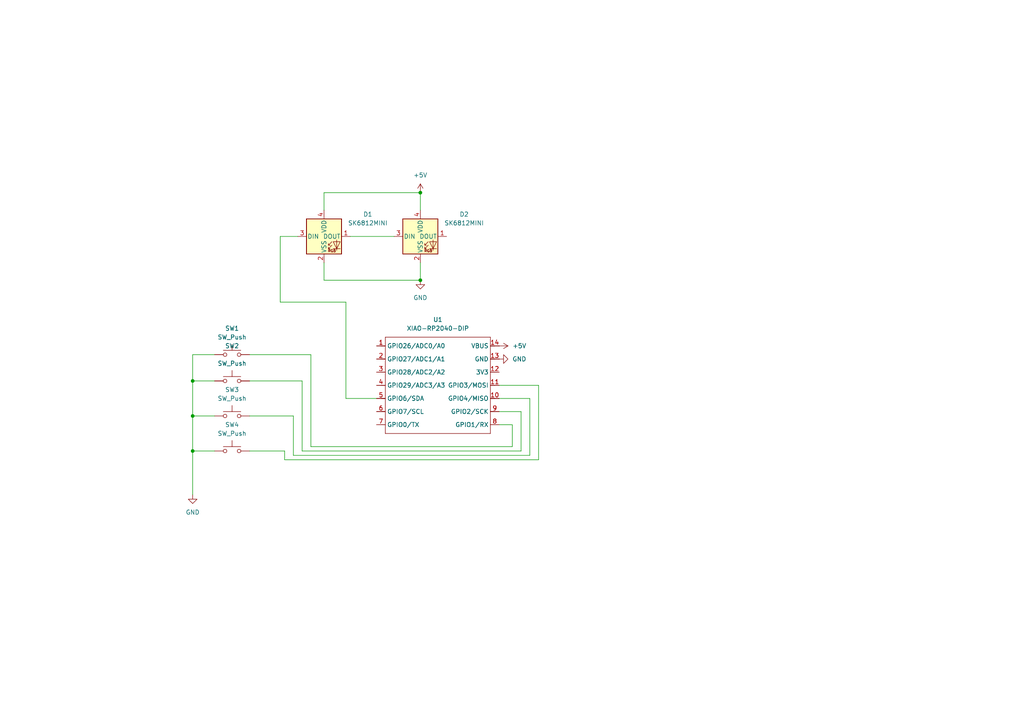
<source format=kicad_sch>
(kicad_sch
	(version 20250114)
	(generator "eeschema")
	(generator_version "9.0")
	(uuid "83481310-693f-4b5f-b205-3b554ddd27ae")
	(paper "A4")
	(lib_symbols
		(symbol "LED:SK6812MINI"
			(pin_names
				(offset 0.254)
			)
			(exclude_from_sim no)
			(in_bom yes)
			(on_board yes)
			(property "Reference" "D"
				(at 5.08 5.715 0)
				(effects
					(font
						(size 1.27 1.27)
					)
					(justify right bottom)
				)
			)
			(property "Value" "SK6812MINI"
				(at 1.27 -5.715 0)
				(effects
					(font
						(size 1.27 1.27)
					)
					(justify left top)
				)
			)
			(property "Footprint" "LED_SMD:LED_SK6812MINI_PLCC4_3.5x3.5mm_P1.75mm"
				(at 1.27 -7.62 0)
				(effects
					(font
						(size 1.27 1.27)
					)
					(justify left top)
					(hide yes)
				)
			)
			(property "Datasheet" "https://cdn-shop.adafruit.com/product-files/2686/SK6812MINI_REV.01-1-2.pdf"
				(at 2.54 -9.525 0)
				(effects
					(font
						(size 1.27 1.27)
					)
					(justify left top)
					(hide yes)
				)
			)
			(property "Description" "RGB LED with integrated controller"
				(at 0 0 0)
				(effects
					(font
						(size 1.27 1.27)
					)
					(hide yes)
				)
			)
			(property "ki_keywords" "RGB LED NeoPixel Mini addressable"
				(at 0 0 0)
				(effects
					(font
						(size 1.27 1.27)
					)
					(hide yes)
				)
			)
			(property "ki_fp_filters" "LED*SK6812MINI*PLCC*3.5x3.5mm*P1.75mm*"
				(at 0 0 0)
				(effects
					(font
						(size 1.27 1.27)
					)
					(hide yes)
				)
			)
			(symbol "SK6812MINI_0_0"
				(text "RGB"
					(at 2.286 -4.191 0)
					(effects
						(font
							(size 0.762 0.762)
						)
					)
				)
			)
			(symbol "SK6812MINI_0_1"
				(polyline
					(pts
						(xy 1.27 -2.54) (xy 1.778 -2.54)
					)
					(stroke
						(width 0)
						(type default)
					)
					(fill
						(type none)
					)
				)
				(polyline
					(pts
						(xy 1.27 -3.556) (xy 1.778 -3.556)
					)
					(stroke
						(width 0)
						(type default)
					)
					(fill
						(type none)
					)
				)
				(polyline
					(pts
						(xy 2.286 -1.524) (xy 1.27 -2.54) (xy 1.27 -2.032)
					)
					(stroke
						(width 0)
						(type default)
					)
					(fill
						(type none)
					)
				)
				(polyline
					(pts
						(xy 2.286 -2.54) (xy 1.27 -3.556) (xy 1.27 -3.048)
					)
					(stroke
						(width 0)
						(type default)
					)
					(fill
						(type none)
					)
				)
				(polyline
					(pts
						(xy 3.683 -1.016) (xy 3.683 -3.556) (xy 3.683 -4.064)
					)
					(stroke
						(width 0)
						(type default)
					)
					(fill
						(type none)
					)
				)
				(polyline
					(pts
						(xy 4.699 -1.524) (xy 2.667 -1.524) (xy 3.683 -3.556) (xy 4.699 -1.524)
					)
					(stroke
						(width 0)
						(type default)
					)
					(fill
						(type none)
					)
				)
				(polyline
					(pts
						(xy 4.699 -3.556) (xy 2.667 -3.556)
					)
					(stroke
						(width 0)
						(type default)
					)
					(fill
						(type none)
					)
				)
				(rectangle
					(start 5.08 5.08)
					(end -5.08 -5.08)
					(stroke
						(width 0.254)
						(type default)
					)
					(fill
						(type background)
					)
				)
			)
			(symbol "SK6812MINI_1_1"
				(pin input line
					(at -7.62 0 0)
					(length 2.54)
					(name "DIN"
						(effects
							(font
								(size 1.27 1.27)
							)
						)
					)
					(number "3"
						(effects
							(font
								(size 1.27 1.27)
							)
						)
					)
				)
				(pin power_in line
					(at 0 7.62 270)
					(length 2.54)
					(name "VDD"
						(effects
							(font
								(size 1.27 1.27)
							)
						)
					)
					(number "4"
						(effects
							(font
								(size 1.27 1.27)
							)
						)
					)
				)
				(pin power_in line
					(at 0 -7.62 90)
					(length 2.54)
					(name "VSS"
						(effects
							(font
								(size 1.27 1.27)
							)
						)
					)
					(number "2"
						(effects
							(font
								(size 1.27 1.27)
							)
						)
					)
				)
				(pin output line
					(at 7.62 0 180)
					(length 2.54)
					(name "DOUT"
						(effects
							(font
								(size 1.27 1.27)
							)
						)
					)
					(number "1"
						(effects
							(font
								(size 1.27 1.27)
							)
						)
					)
				)
			)
			(embedded_fonts no)
		)
		(symbol "OPL:XIAO-RP2040-DIP"
			(exclude_from_sim no)
			(in_bom yes)
			(on_board yes)
			(property "Reference" "U"
				(at 0 0 0)
				(effects
					(font
						(size 1.27 1.27)
					)
				)
			)
			(property "Value" "XIAO-RP2040-DIP"
				(at 5.334 -1.778 0)
				(effects
					(font
						(size 1.27 1.27)
					)
				)
			)
			(property "Footprint" "Module:MOUDLE14P-XIAO-DIP-SMD"
				(at 14.478 -32.258 0)
				(effects
					(font
						(size 1.27 1.27)
					)
					(hide yes)
				)
			)
			(property "Datasheet" ""
				(at 0 0 0)
				(effects
					(font
						(size 1.27 1.27)
					)
					(hide yes)
				)
			)
			(property "Description" ""
				(at 0 0 0)
				(effects
					(font
						(size 1.27 1.27)
					)
					(hide yes)
				)
			)
			(symbol "XIAO-RP2040-DIP_1_0"
				(polyline
					(pts
						(xy -1.27 -2.54) (xy 29.21 -2.54)
					)
					(stroke
						(width 0.1524)
						(type solid)
					)
					(fill
						(type none)
					)
				)
				(polyline
					(pts
						(xy -1.27 -5.08) (xy -2.54 -5.08)
					)
					(stroke
						(width 0.1524)
						(type solid)
					)
					(fill
						(type none)
					)
				)
				(polyline
					(pts
						(xy -1.27 -5.08) (xy -1.27 -2.54)
					)
					(stroke
						(width 0.1524)
						(type solid)
					)
					(fill
						(type none)
					)
				)
				(polyline
					(pts
						(xy -1.27 -8.89) (xy -2.54 -8.89)
					)
					(stroke
						(width 0.1524)
						(type solid)
					)
					(fill
						(type none)
					)
				)
				(polyline
					(pts
						(xy -1.27 -8.89) (xy -1.27 -5.08)
					)
					(stroke
						(width 0.1524)
						(type solid)
					)
					(fill
						(type none)
					)
				)
				(polyline
					(pts
						(xy -1.27 -12.7) (xy -2.54 -12.7)
					)
					(stroke
						(width 0.1524)
						(type solid)
					)
					(fill
						(type none)
					)
				)
				(polyline
					(pts
						(xy -1.27 -12.7) (xy -1.27 -8.89)
					)
					(stroke
						(width 0.1524)
						(type solid)
					)
					(fill
						(type none)
					)
				)
				(polyline
					(pts
						(xy -1.27 -16.51) (xy -2.54 -16.51)
					)
					(stroke
						(width 0.1524)
						(type solid)
					)
					(fill
						(type none)
					)
				)
				(polyline
					(pts
						(xy -1.27 -16.51) (xy -1.27 -12.7)
					)
					(stroke
						(width 0.1524)
						(type solid)
					)
					(fill
						(type none)
					)
				)
				(polyline
					(pts
						(xy -1.27 -20.32) (xy -2.54 -20.32)
					)
					(stroke
						(width 0.1524)
						(type solid)
					)
					(fill
						(type none)
					)
				)
				(polyline
					(pts
						(xy -1.27 -24.13) (xy -2.54 -24.13)
					)
					(stroke
						(width 0.1524)
						(type solid)
					)
					(fill
						(type none)
					)
				)
				(polyline
					(pts
						(xy -1.27 -27.94) (xy -2.54 -27.94)
					)
					(stroke
						(width 0.1524)
						(type solid)
					)
					(fill
						(type none)
					)
				)
				(polyline
					(pts
						(xy -1.27 -30.48) (xy -1.27 -16.51)
					)
					(stroke
						(width 0.1524)
						(type solid)
					)
					(fill
						(type none)
					)
				)
				(polyline
					(pts
						(xy 29.21 -2.54) (xy 29.21 -5.08)
					)
					(stroke
						(width 0.1524)
						(type solid)
					)
					(fill
						(type none)
					)
				)
				(polyline
					(pts
						(xy 29.21 -5.08) (xy 29.21 -8.89)
					)
					(stroke
						(width 0.1524)
						(type solid)
					)
					(fill
						(type none)
					)
				)
				(polyline
					(pts
						(xy 29.21 -8.89) (xy 29.21 -12.7)
					)
					(stroke
						(width 0.1524)
						(type solid)
					)
					(fill
						(type none)
					)
				)
				(polyline
					(pts
						(xy 29.21 -12.7) (xy 29.21 -30.48)
					)
					(stroke
						(width 0.1524)
						(type solid)
					)
					(fill
						(type none)
					)
				)
				(polyline
					(pts
						(xy 29.21 -30.48) (xy -1.27 -30.48)
					)
					(stroke
						(width 0.1524)
						(type solid)
					)
					(fill
						(type none)
					)
				)
				(polyline
					(pts
						(xy 30.48 -5.08) (xy 29.21 -5.08)
					)
					(stroke
						(width 0.1524)
						(type solid)
					)
					(fill
						(type none)
					)
				)
				(polyline
					(pts
						(xy 30.48 -8.89) (xy 29.21 -8.89)
					)
					(stroke
						(width 0.1524)
						(type solid)
					)
					(fill
						(type none)
					)
				)
				(polyline
					(pts
						(xy 30.48 -12.7) (xy 29.21 -12.7)
					)
					(stroke
						(width 0.1524)
						(type solid)
					)
					(fill
						(type none)
					)
				)
				(polyline
					(pts
						(xy 30.48 -16.51) (xy 29.21 -16.51)
					)
					(stroke
						(width 0.1524)
						(type solid)
					)
					(fill
						(type none)
					)
				)
				(polyline
					(pts
						(xy 30.48 -20.32) (xy 29.21 -20.32)
					)
					(stroke
						(width 0.1524)
						(type solid)
					)
					(fill
						(type none)
					)
				)
				(polyline
					(pts
						(xy 30.48 -24.13) (xy 29.21 -24.13)
					)
					(stroke
						(width 0.1524)
						(type solid)
					)
					(fill
						(type none)
					)
				)
				(polyline
					(pts
						(xy 30.48 -27.94) (xy 29.21 -27.94)
					)
					(stroke
						(width 0.1524)
						(type solid)
					)
					(fill
						(type none)
					)
				)
				(pin passive line
					(at -3.81 -5.08 0)
					(length 2.54)
					(name "GPIO26/ADC0/A0"
						(effects
							(font
								(size 1.27 1.27)
							)
						)
					)
					(number "1"
						(effects
							(font
								(size 1.27 1.27)
							)
						)
					)
				)
				(pin passive line
					(at -3.81 -8.89 0)
					(length 2.54)
					(name "GPIO27/ADC1/A1"
						(effects
							(font
								(size 1.27 1.27)
							)
						)
					)
					(number "2"
						(effects
							(font
								(size 1.27 1.27)
							)
						)
					)
				)
				(pin passive line
					(at -3.81 -12.7 0)
					(length 2.54)
					(name "GPIO28/ADC2/A2"
						(effects
							(font
								(size 1.27 1.27)
							)
						)
					)
					(number "3"
						(effects
							(font
								(size 1.27 1.27)
							)
						)
					)
				)
				(pin passive line
					(at -3.81 -16.51 0)
					(length 2.54)
					(name "GPIO29/ADC3/A3"
						(effects
							(font
								(size 1.27 1.27)
							)
						)
					)
					(number "4"
						(effects
							(font
								(size 1.27 1.27)
							)
						)
					)
				)
				(pin passive line
					(at -3.81 -20.32 0)
					(length 2.54)
					(name "GPIO6/SDA"
						(effects
							(font
								(size 1.27 1.27)
							)
						)
					)
					(number "5"
						(effects
							(font
								(size 1.27 1.27)
							)
						)
					)
				)
				(pin passive line
					(at -3.81 -24.13 0)
					(length 2.54)
					(name "GPIO7/SCL"
						(effects
							(font
								(size 1.27 1.27)
							)
						)
					)
					(number "6"
						(effects
							(font
								(size 1.27 1.27)
							)
						)
					)
				)
				(pin passive line
					(at -3.81 -27.94 0)
					(length 2.54)
					(name "GPIO0/TX"
						(effects
							(font
								(size 1.27 1.27)
							)
						)
					)
					(number "7"
						(effects
							(font
								(size 1.27 1.27)
							)
						)
					)
				)
				(pin passive line
					(at 31.75 -5.08 180)
					(length 2.54)
					(name "VBUS"
						(effects
							(font
								(size 1.27 1.27)
							)
						)
					)
					(number "14"
						(effects
							(font
								(size 1.27 1.27)
							)
						)
					)
				)
				(pin passive line
					(at 31.75 -8.89 180)
					(length 2.54)
					(name "GND"
						(effects
							(font
								(size 1.27 1.27)
							)
						)
					)
					(number "13"
						(effects
							(font
								(size 1.27 1.27)
							)
						)
					)
				)
				(pin passive line
					(at 31.75 -12.7 180)
					(length 2.54)
					(name "3V3"
						(effects
							(font
								(size 1.27 1.27)
							)
						)
					)
					(number "12"
						(effects
							(font
								(size 1.27 1.27)
							)
						)
					)
				)
				(pin passive line
					(at 31.75 -16.51 180)
					(length 2.54)
					(name "GPIO3/MOSI"
						(effects
							(font
								(size 1.27 1.27)
							)
						)
					)
					(number "11"
						(effects
							(font
								(size 1.27 1.27)
							)
						)
					)
				)
				(pin passive line
					(at 31.75 -20.32 180)
					(length 2.54)
					(name "GPIO4/MISO"
						(effects
							(font
								(size 1.27 1.27)
							)
						)
					)
					(number "10"
						(effects
							(font
								(size 1.27 1.27)
							)
						)
					)
				)
				(pin passive line
					(at 31.75 -24.13 180)
					(length 2.54)
					(name "GPIO2/SCK"
						(effects
							(font
								(size 1.27 1.27)
							)
						)
					)
					(number "9"
						(effects
							(font
								(size 1.27 1.27)
							)
						)
					)
				)
				(pin passive line
					(at 31.75 -27.94 180)
					(length 2.54)
					(name "GPIO1/RX"
						(effects
							(font
								(size 1.27 1.27)
							)
						)
					)
					(number "8"
						(effects
							(font
								(size 1.27 1.27)
							)
						)
					)
				)
			)
			(embedded_fonts no)
		)
		(symbol "Switch:SW_Push"
			(pin_numbers
				(hide yes)
			)
			(pin_names
				(offset 1.016)
				(hide yes)
			)
			(exclude_from_sim no)
			(in_bom yes)
			(on_board yes)
			(property "Reference" "SW"
				(at 1.27 2.54 0)
				(effects
					(font
						(size 1.27 1.27)
					)
					(justify left)
				)
			)
			(property "Value" "SW_Push"
				(at 0 -1.524 0)
				(effects
					(font
						(size 1.27 1.27)
					)
				)
			)
			(property "Footprint" ""
				(at 0 5.08 0)
				(effects
					(font
						(size 1.27 1.27)
					)
					(hide yes)
				)
			)
			(property "Datasheet" "~"
				(at 0 5.08 0)
				(effects
					(font
						(size 1.27 1.27)
					)
					(hide yes)
				)
			)
			(property "Description" "Push button switch, generic, two pins"
				(at 0 0 0)
				(effects
					(font
						(size 1.27 1.27)
					)
					(hide yes)
				)
			)
			(property "ki_keywords" "switch normally-open pushbutton push-button"
				(at 0 0 0)
				(effects
					(font
						(size 1.27 1.27)
					)
					(hide yes)
				)
			)
			(symbol "SW_Push_0_1"
				(circle
					(center -2.032 0)
					(radius 0.508)
					(stroke
						(width 0)
						(type default)
					)
					(fill
						(type none)
					)
				)
				(polyline
					(pts
						(xy 0 1.27) (xy 0 3.048)
					)
					(stroke
						(width 0)
						(type default)
					)
					(fill
						(type none)
					)
				)
				(circle
					(center 2.032 0)
					(radius 0.508)
					(stroke
						(width 0)
						(type default)
					)
					(fill
						(type none)
					)
				)
				(polyline
					(pts
						(xy 2.54 1.27) (xy -2.54 1.27)
					)
					(stroke
						(width 0)
						(type default)
					)
					(fill
						(type none)
					)
				)
				(pin passive line
					(at -5.08 0 0)
					(length 2.54)
					(name "1"
						(effects
							(font
								(size 1.27 1.27)
							)
						)
					)
					(number "1"
						(effects
							(font
								(size 1.27 1.27)
							)
						)
					)
				)
				(pin passive line
					(at 5.08 0 180)
					(length 2.54)
					(name "2"
						(effects
							(font
								(size 1.27 1.27)
							)
						)
					)
					(number "2"
						(effects
							(font
								(size 1.27 1.27)
							)
						)
					)
				)
			)
			(embedded_fonts no)
		)
		(symbol "power:+5V"
			(power)
			(pin_numbers
				(hide yes)
			)
			(pin_names
				(offset 0)
				(hide yes)
			)
			(exclude_from_sim no)
			(in_bom yes)
			(on_board yes)
			(property "Reference" "#PWR"
				(at 0 -3.81 0)
				(effects
					(font
						(size 1.27 1.27)
					)
					(hide yes)
				)
			)
			(property "Value" "+5V"
				(at 0 3.556 0)
				(effects
					(font
						(size 1.27 1.27)
					)
				)
			)
			(property "Footprint" ""
				(at 0 0 0)
				(effects
					(font
						(size 1.27 1.27)
					)
					(hide yes)
				)
			)
			(property "Datasheet" ""
				(at 0 0 0)
				(effects
					(font
						(size 1.27 1.27)
					)
					(hide yes)
				)
			)
			(property "Description" "Power symbol creates a global label with name \"+5V\""
				(at 0 0 0)
				(effects
					(font
						(size 1.27 1.27)
					)
					(hide yes)
				)
			)
			(property "ki_keywords" "global power"
				(at 0 0 0)
				(effects
					(font
						(size 1.27 1.27)
					)
					(hide yes)
				)
			)
			(symbol "+5V_0_1"
				(polyline
					(pts
						(xy -0.762 1.27) (xy 0 2.54)
					)
					(stroke
						(width 0)
						(type default)
					)
					(fill
						(type none)
					)
				)
				(polyline
					(pts
						(xy 0 2.54) (xy 0.762 1.27)
					)
					(stroke
						(width 0)
						(type default)
					)
					(fill
						(type none)
					)
				)
				(polyline
					(pts
						(xy 0 0) (xy 0 2.54)
					)
					(stroke
						(width 0)
						(type default)
					)
					(fill
						(type none)
					)
				)
			)
			(symbol "+5V_1_1"
				(pin power_in line
					(at 0 0 90)
					(length 0)
					(name "~"
						(effects
							(font
								(size 1.27 1.27)
							)
						)
					)
					(number "1"
						(effects
							(font
								(size 1.27 1.27)
							)
						)
					)
				)
			)
			(embedded_fonts no)
		)
		(symbol "power:GND"
			(power)
			(pin_numbers
				(hide yes)
			)
			(pin_names
				(offset 0)
				(hide yes)
			)
			(exclude_from_sim no)
			(in_bom yes)
			(on_board yes)
			(property "Reference" "#PWR"
				(at 0 -6.35 0)
				(effects
					(font
						(size 1.27 1.27)
					)
					(hide yes)
				)
			)
			(property "Value" "GND"
				(at 0 -3.81 0)
				(effects
					(font
						(size 1.27 1.27)
					)
				)
			)
			(property "Footprint" ""
				(at 0 0 0)
				(effects
					(font
						(size 1.27 1.27)
					)
					(hide yes)
				)
			)
			(property "Datasheet" ""
				(at 0 0 0)
				(effects
					(font
						(size 1.27 1.27)
					)
					(hide yes)
				)
			)
			(property "Description" "Power symbol creates a global label with name \"GND\" , ground"
				(at 0 0 0)
				(effects
					(font
						(size 1.27 1.27)
					)
					(hide yes)
				)
			)
			(property "ki_keywords" "global power"
				(at 0 0 0)
				(effects
					(font
						(size 1.27 1.27)
					)
					(hide yes)
				)
			)
			(symbol "GND_0_1"
				(polyline
					(pts
						(xy 0 0) (xy 0 -1.27) (xy 1.27 -1.27) (xy 0 -2.54) (xy -1.27 -1.27) (xy 0 -1.27)
					)
					(stroke
						(width 0)
						(type default)
					)
					(fill
						(type none)
					)
				)
			)
			(symbol "GND_1_1"
				(pin power_in line
					(at 0 0 270)
					(length 0)
					(name "~"
						(effects
							(font
								(size 1.27 1.27)
							)
						)
					)
					(number "1"
						(effects
							(font
								(size 1.27 1.27)
							)
						)
					)
				)
			)
			(embedded_fonts no)
		)
	)
	(junction
		(at 121.92 81.28)
		(diameter 0)
		(color 0 0 0 0)
		(uuid "34fa0f10-5067-4f2b-b159-b30bdc477bdd")
	)
	(junction
		(at 55.88 130.81)
		(diameter 0)
		(color 0 0 0 0)
		(uuid "61eb2e16-3439-4fe9-98eb-6d658be99719")
	)
	(junction
		(at 121.92 55.88)
		(diameter 0)
		(color 0 0 0 0)
		(uuid "622f6bc9-382e-43bd-919a-5c0a66dacba7")
	)
	(junction
		(at 55.88 120.65)
		(diameter 0)
		(color 0 0 0 0)
		(uuid "8bdddba3-b6de-42fb-a7b6-e6ff17464c99")
	)
	(junction
		(at 55.88 110.49)
		(diameter 0)
		(color 0 0 0 0)
		(uuid "d399afb2-9449-4a35-aed5-21fc9d6d3730")
	)
	(wire
		(pts
			(xy 93.98 55.88) (xy 93.98 60.96)
		)
		(stroke
			(width 0)
			(type default)
		)
		(uuid "00255c07-0621-4c03-88ab-3f02dbe97203")
	)
	(wire
		(pts
			(xy 87.63 130.81) (xy 151.13 130.81)
		)
		(stroke
			(width 0)
			(type default)
		)
		(uuid "01cc389b-9d4b-429b-a4a7-a979e3a6f113")
	)
	(wire
		(pts
			(xy 55.88 110.49) (xy 55.88 120.65)
		)
		(stroke
			(width 0)
			(type default)
		)
		(uuid "0978a866-c01e-49e3-ba09-aaba6248517f")
	)
	(wire
		(pts
			(xy 156.21 133.35) (xy 156.21 111.76)
		)
		(stroke
			(width 0)
			(type default)
		)
		(uuid "0db15f6e-52b6-4c79-ba03-4d56aa26e001")
	)
	(wire
		(pts
			(xy 100.33 115.57) (xy 100.33 87.63)
		)
		(stroke
			(width 0)
			(type default)
		)
		(uuid "17966275-bc94-4afe-8c7a-4ab7b735d2fb")
	)
	(wire
		(pts
			(xy 82.55 133.35) (xy 156.21 133.35)
		)
		(stroke
			(width 0)
			(type default)
		)
		(uuid "2891689e-e967-4392-a4dd-b4da18a38168")
	)
	(wire
		(pts
			(xy 109.22 115.57) (xy 100.33 115.57)
		)
		(stroke
			(width 0)
			(type default)
		)
		(uuid "3a35a4b4-5c36-4189-befb-054c64ea67d7")
	)
	(wire
		(pts
			(xy 156.21 111.76) (xy 144.78 111.76)
		)
		(stroke
			(width 0)
			(type default)
		)
		(uuid "3c2bfb7b-e05b-461d-a492-4b88d9c1c60b")
	)
	(wire
		(pts
			(xy 93.98 76.2) (xy 93.98 81.28)
		)
		(stroke
			(width 0)
			(type default)
		)
		(uuid "466729c3-f5f8-4b88-ad3b-2e8ddc936d7e")
	)
	(wire
		(pts
			(xy 90.17 129.54) (xy 148.59 129.54)
		)
		(stroke
			(width 0)
			(type default)
		)
		(uuid "49d7859a-528c-4d5b-adb5-bd005990a98d")
	)
	(wire
		(pts
			(xy 90.17 102.87) (xy 90.17 129.54)
		)
		(stroke
			(width 0)
			(type default)
		)
		(uuid "4f243944-042f-4689-ac23-afd35d66c591")
	)
	(wire
		(pts
			(xy 153.67 132.08) (xy 153.67 115.57)
		)
		(stroke
			(width 0)
			(type default)
		)
		(uuid "55c23d4f-6ac9-4854-8b7e-8f6aab612eb0")
	)
	(wire
		(pts
			(xy 85.09 120.65) (xy 85.09 132.08)
		)
		(stroke
			(width 0)
			(type default)
		)
		(uuid "577965af-1d6a-4ce9-8ce1-4e68a322d951")
	)
	(wire
		(pts
			(xy 72.39 102.87) (xy 90.17 102.87)
		)
		(stroke
			(width 0)
			(type default)
		)
		(uuid "6585066b-edb3-4a81-a1ef-5f5627c866fc")
	)
	(wire
		(pts
			(xy 148.59 129.54) (xy 148.59 123.19)
		)
		(stroke
			(width 0)
			(type default)
		)
		(uuid "6a5d966f-6ea9-4c4a-b995-c77671583231")
	)
	(wire
		(pts
			(xy 72.39 130.81) (xy 82.55 130.81)
		)
		(stroke
			(width 0)
			(type default)
		)
		(uuid "6dedd7e6-ccbc-40e8-897a-d23f40d6ad67")
	)
	(wire
		(pts
			(xy 87.63 110.49) (xy 87.63 130.81)
		)
		(stroke
			(width 0)
			(type default)
		)
		(uuid "781592e3-e01a-47f8-9603-881ef196c473")
	)
	(wire
		(pts
			(xy 153.67 115.57) (xy 144.78 115.57)
		)
		(stroke
			(width 0)
			(type default)
		)
		(uuid "7aada58f-30d3-4451-86b4-fdf4fed64a44")
	)
	(wire
		(pts
			(xy 121.92 76.2) (xy 121.92 81.28)
		)
		(stroke
			(width 0)
			(type default)
		)
		(uuid "7dd7bfd8-6e14-4a0e-a006-dc422a71dfcc")
	)
	(wire
		(pts
			(xy 55.88 130.81) (xy 55.88 143.51)
		)
		(stroke
			(width 0)
			(type default)
		)
		(uuid "804a7cd9-17e6-423a-9b25-d3f1cf12aa98")
	)
	(wire
		(pts
			(xy 55.88 120.65) (xy 55.88 130.81)
		)
		(stroke
			(width 0)
			(type default)
		)
		(uuid "8673f65d-3742-4c27-934d-690f6797f309")
	)
	(wire
		(pts
			(xy 82.55 130.81) (xy 82.55 133.35)
		)
		(stroke
			(width 0)
			(type default)
		)
		(uuid "869273a1-1c0e-4105-beed-22248fc2f8c2")
	)
	(wire
		(pts
			(xy 151.13 119.38) (xy 144.78 119.38)
		)
		(stroke
			(width 0)
			(type default)
		)
		(uuid "8b842e21-1d56-4e0e-87a9-bc188cc2127c")
	)
	(wire
		(pts
			(xy 151.13 130.81) (xy 151.13 119.38)
		)
		(stroke
			(width 0)
			(type default)
		)
		(uuid "8d9b8255-1ee2-4708-91f7-32ed22f88c2c")
	)
	(wire
		(pts
			(xy 81.28 68.58) (xy 86.36 68.58)
		)
		(stroke
			(width 0)
			(type default)
		)
		(uuid "953a1f09-c1a0-4140-b6b1-179ad452e52e")
	)
	(wire
		(pts
			(xy 121.92 55.88) (xy 93.98 55.88)
		)
		(stroke
			(width 0)
			(type default)
		)
		(uuid "975dfe2a-e8f6-4cdf-be7d-0294d8d0a8ac")
	)
	(wire
		(pts
			(xy 55.88 102.87) (xy 55.88 110.49)
		)
		(stroke
			(width 0)
			(type default)
		)
		(uuid "a562dbb2-5a87-498f-8b88-42a74b520dfc")
	)
	(wire
		(pts
			(xy 148.59 123.19) (xy 144.78 123.19)
		)
		(stroke
			(width 0)
			(type default)
		)
		(uuid "aa8708e9-c5f1-4037-86ca-84c196eb31bf")
	)
	(wire
		(pts
			(xy 72.39 110.49) (xy 87.63 110.49)
		)
		(stroke
			(width 0)
			(type default)
		)
		(uuid "ab14d020-23e5-4387-816d-fd9b6048e75a")
	)
	(wire
		(pts
			(xy 81.28 87.63) (xy 81.28 68.58)
		)
		(stroke
			(width 0)
			(type default)
		)
		(uuid "aef6de9a-9b27-4624-b5eb-d3fb0438c5c5")
	)
	(wire
		(pts
			(xy 93.98 81.28) (xy 121.92 81.28)
		)
		(stroke
			(width 0)
			(type default)
		)
		(uuid "b212c5a8-2cab-452f-96da-d1cdd71332d4")
	)
	(wire
		(pts
			(xy 62.23 102.87) (xy 55.88 102.87)
		)
		(stroke
			(width 0)
			(type default)
		)
		(uuid "b490eb67-b6ec-4706-89b0-3ae5c20f7e7f")
	)
	(wire
		(pts
			(xy 72.39 120.65) (xy 85.09 120.65)
		)
		(stroke
			(width 0)
			(type default)
		)
		(uuid "b70f6ba0-288e-442f-b01e-c54761e0e4f4")
	)
	(wire
		(pts
			(xy 101.6 68.58) (xy 114.3 68.58)
		)
		(stroke
			(width 0)
			(type default)
		)
		(uuid "b93f13bb-76e8-46b6-bfca-07ad540d1a17")
	)
	(wire
		(pts
			(xy 55.88 110.49) (xy 62.23 110.49)
		)
		(stroke
			(width 0)
			(type default)
		)
		(uuid "c1f3c7dc-b244-4a82-ac05-95970ad7acc0")
	)
	(wire
		(pts
			(xy 85.09 132.08) (xy 153.67 132.08)
		)
		(stroke
			(width 0)
			(type default)
		)
		(uuid "d108cc22-eb62-43d4-976f-8f11ddf13c0f")
	)
	(wire
		(pts
			(xy 100.33 87.63) (xy 81.28 87.63)
		)
		(stroke
			(width 0)
			(type default)
		)
		(uuid "e64a9554-a763-4181-9c8d-5bf4e31cbe53")
	)
	(wire
		(pts
			(xy 55.88 130.81) (xy 62.23 130.81)
		)
		(stroke
			(width 0)
			(type default)
		)
		(uuid "ea13186e-27ee-40c6-be15-75986edcf2b6")
	)
	(wire
		(pts
			(xy 121.92 60.96) (xy 121.92 55.88)
		)
		(stroke
			(width 0)
			(type default)
		)
		(uuid "ea410275-cc8f-4385-9da8-1b640c247eed")
	)
	(wire
		(pts
			(xy 55.88 120.65) (xy 62.23 120.65)
		)
		(stroke
			(width 0)
			(type default)
		)
		(uuid "f595788e-c600-4dcb-b162-d75794789639")
	)
	(symbol
		(lib_id "LED:SK6812MINI")
		(at 93.98 68.58 0)
		(unit 1)
		(exclude_from_sim no)
		(in_bom yes)
		(on_board yes)
		(dnp no)
		(fields_autoplaced yes)
		(uuid "1b5738a2-6866-4d29-b7be-2ad28c525574")
		(property "Reference" "D1"
			(at 106.68 62.1598 0)
			(effects
				(font
					(size 1.27 1.27)
				)
			)
		)
		(property "Value" "SK6812MINI"
			(at 106.68 64.6998 0)
			(effects
				(font
					(size 1.27 1.27)
				)
			)
		)
		(property "Footprint" "LED_SMD:LED_SK6812MINI_PLCC4_3.5x3.5mm_P1.75mm"
			(at 95.25 76.2 0)
			(effects
				(font
					(size 1.27 1.27)
				)
				(justify left top)
				(hide yes)
			)
		)
		(property "Datasheet" "https://cdn-shop.adafruit.com/product-files/2686/SK6812MINI_REV.01-1-2.pdf"
			(at 96.52 78.105 0)
			(effects
				(font
					(size 1.27 1.27)
				)
				(justify left top)
				(hide yes)
			)
		)
		(property "Description" "RGB LED with integrated controller"
			(at 93.98 68.58 0)
			(effects
				(font
					(size 1.27 1.27)
				)
				(hide yes)
			)
		)
		(pin "4"
			(uuid "2bb849a4-7998-42a8-8e1d-24d03fa9edda")
		)
		(pin "3"
			(uuid "2067a267-1225-40b8-a7c4-f768bc2da833")
		)
		(pin "2"
			(uuid "5d3334db-ea0a-4b69-9878-8a2a9b5d89b9")
		)
		(pin "1"
			(uuid "6505954e-c209-4494-a72b-fc7dcfbb29be")
		)
		(instances
			(project ""
				(path "/83481310-693f-4b5f-b205-3b554ddd27ae"
					(reference "D1")
					(unit 1)
				)
			)
		)
	)
	(symbol
		(lib_id "power:+5V")
		(at 121.92 55.88 0)
		(unit 1)
		(exclude_from_sim no)
		(in_bom yes)
		(on_board yes)
		(dnp no)
		(fields_autoplaced yes)
		(uuid "2b993bfc-774f-4122-8bb9-b23c91c99d92")
		(property "Reference" "#PWR03"
			(at 121.92 59.69 0)
			(effects
				(font
					(size 1.27 1.27)
				)
				(hide yes)
			)
		)
		(property "Value" "+5V"
			(at 121.92 50.8 0)
			(effects
				(font
					(size 1.27 1.27)
				)
			)
		)
		(property "Footprint" ""
			(at 121.92 55.88 0)
			(effects
				(font
					(size 1.27 1.27)
				)
				(hide yes)
			)
		)
		(property "Datasheet" ""
			(at 121.92 55.88 0)
			(effects
				(font
					(size 1.27 1.27)
				)
				(hide yes)
			)
		)
		(property "Description" "Power symbol creates a global label with name \"+5V\""
			(at 121.92 55.88 0)
			(effects
				(font
					(size 1.27 1.27)
				)
				(hide yes)
			)
		)
		(pin "1"
			(uuid "b476e47a-e835-41d1-9a95-bc1898633b30")
		)
		(instances
			(project ""
				(path "/83481310-693f-4b5f-b205-3b554ddd27ae"
					(reference "#PWR03")
					(unit 1)
				)
			)
		)
	)
	(symbol
		(lib_id "Switch:SW_Push")
		(at 67.31 130.81 0)
		(unit 1)
		(exclude_from_sim no)
		(in_bom yes)
		(on_board yes)
		(dnp no)
		(fields_autoplaced yes)
		(uuid "42150363-f977-4879-9503-7336b06a0a7c")
		(property "Reference" "SW4"
			(at 67.31 123.19 0)
			(effects
				(font
					(size 1.27 1.27)
				)
			)
		)
		(property "Value" "SW_Push"
			(at 67.31 125.73 0)
			(effects
				(font
					(size 1.27 1.27)
				)
			)
		)
		(property "Footprint" "Button_Switch_Keyboard:SW_Cherry_MX_1.00u_PCB"
			(at 67.31 125.73 0)
			(effects
				(font
					(size 1.27 1.27)
				)
				(hide yes)
			)
		)
		(property "Datasheet" "~"
			(at 67.31 125.73 0)
			(effects
				(font
					(size 1.27 1.27)
				)
				(hide yes)
			)
		)
		(property "Description" "Push button switch, generic, two pins"
			(at 67.31 130.81 0)
			(effects
				(font
					(size 1.27 1.27)
				)
				(hide yes)
			)
		)
		(pin "2"
			(uuid "53e95725-7a4e-464f-91e0-471a71755db9")
		)
		(pin "1"
			(uuid "b11e2cea-39da-468c-902c-2ccb8c5a4c0c")
		)
		(instances
			(project ""
				(path "/83481310-693f-4b5f-b205-3b554ddd27ae"
					(reference "SW4")
					(unit 1)
				)
			)
		)
	)
	(symbol
		(lib_id "power:GND")
		(at 121.92 81.28 0)
		(unit 1)
		(exclude_from_sim no)
		(in_bom yes)
		(on_board yes)
		(dnp no)
		(fields_autoplaced yes)
		(uuid "4d67dcea-8bc2-4f56-b8df-5dd82a7e2fea")
		(property "Reference" "#PWR02"
			(at 121.92 87.63 0)
			(effects
				(font
					(size 1.27 1.27)
				)
				(hide yes)
			)
		)
		(property "Value" "GND"
			(at 121.92 86.36 0)
			(effects
				(font
					(size 1.27 1.27)
				)
			)
		)
		(property "Footprint" ""
			(at 121.92 81.28 0)
			(effects
				(font
					(size 1.27 1.27)
				)
				(hide yes)
			)
		)
		(property "Datasheet" ""
			(at 121.92 81.28 0)
			(effects
				(font
					(size 1.27 1.27)
				)
				(hide yes)
			)
		)
		(property "Description" "Power symbol creates a global label with name \"GND\" , ground"
			(at 121.92 81.28 0)
			(effects
				(font
					(size 1.27 1.27)
				)
				(hide yes)
			)
		)
		(pin "1"
			(uuid "c828f70d-627b-49cd-8d42-74be7fc5adac")
		)
		(instances
			(project ""
				(path "/83481310-693f-4b5f-b205-3b554ddd27ae"
					(reference "#PWR02")
					(unit 1)
				)
			)
		)
	)
	(symbol
		(lib_id "Switch:SW_Push")
		(at 67.31 120.65 0)
		(unit 1)
		(exclude_from_sim no)
		(in_bom yes)
		(on_board yes)
		(dnp no)
		(fields_autoplaced yes)
		(uuid "70148170-9373-4bab-989e-b9df348d9fa0")
		(property "Reference" "SW3"
			(at 67.31 113.03 0)
			(effects
				(font
					(size 1.27 1.27)
				)
			)
		)
		(property "Value" "SW_Push"
			(at 67.31 115.57 0)
			(effects
				(font
					(size 1.27 1.27)
				)
			)
		)
		(property "Footprint" "Button_Switch_Keyboard:SW_Cherry_MX_1.00u_PCB"
			(at 67.31 115.57 0)
			(effects
				(font
					(size 1.27 1.27)
				)
				(hide yes)
			)
		)
		(property "Datasheet" "~"
			(at 67.31 115.57 0)
			(effects
				(font
					(size 1.27 1.27)
				)
				(hide yes)
			)
		)
		(property "Description" "Push button switch, generic, two pins"
			(at 67.31 120.65 0)
			(effects
				(font
					(size 1.27 1.27)
				)
				(hide yes)
			)
		)
		(pin "2"
			(uuid "cb2c896e-c125-48c4-b760-cd66721f09a3")
		)
		(pin "1"
			(uuid "a7290f5a-a2b6-4ca3-8fa6-05b0c0ace1a0")
		)
		(instances
			(project ""
				(path "/83481310-693f-4b5f-b205-3b554ddd27ae"
					(reference "SW3")
					(unit 1)
				)
			)
		)
	)
	(symbol
		(lib_id "power:GND")
		(at 144.78 104.14 90)
		(unit 1)
		(exclude_from_sim no)
		(in_bom yes)
		(on_board yes)
		(dnp no)
		(fields_autoplaced yes)
		(uuid "8bb8a791-1f77-4e40-baaa-67b0eba349a8")
		(property "Reference" "#PWR05"
			(at 151.13 104.14 0)
			(effects
				(font
					(size 1.27 1.27)
				)
				(hide yes)
			)
		)
		(property "Value" "GND"
			(at 148.59 104.1399 90)
			(effects
				(font
					(size 1.27 1.27)
				)
				(justify right)
			)
		)
		(property "Footprint" ""
			(at 144.78 104.14 0)
			(effects
				(font
					(size 1.27 1.27)
				)
				(hide yes)
			)
		)
		(property "Datasheet" ""
			(at 144.78 104.14 0)
			(effects
				(font
					(size 1.27 1.27)
				)
				(hide yes)
			)
		)
		(property "Description" "Power symbol creates a global label with name \"GND\" , ground"
			(at 144.78 104.14 0)
			(effects
				(font
					(size 1.27 1.27)
				)
				(hide yes)
			)
		)
		(pin "1"
			(uuid "c1aff304-4119-40ae-a8ad-7556a05c7a2d")
		)
		(instances
			(project ""
				(path "/83481310-693f-4b5f-b205-3b554ddd27ae"
					(reference "#PWR05")
					(unit 1)
				)
			)
		)
	)
	(symbol
		(lib_id "Switch:SW_Push")
		(at 67.31 102.87 0)
		(unit 1)
		(exclude_from_sim no)
		(in_bom yes)
		(on_board yes)
		(dnp no)
		(fields_autoplaced yes)
		(uuid "8e75012f-d0f6-4b7b-aa47-cc9d8221e84b")
		(property "Reference" "SW1"
			(at 67.31 95.25 0)
			(effects
				(font
					(size 1.27 1.27)
				)
			)
		)
		(property "Value" "SW_Push"
			(at 67.31 97.79 0)
			(effects
				(font
					(size 1.27 1.27)
				)
			)
		)
		(property "Footprint" "Button_Switch_Keyboard:SW_Cherry_MX_1.00u_PCB"
			(at 67.31 97.79 0)
			(effects
				(font
					(size 1.27 1.27)
				)
				(hide yes)
			)
		)
		(property "Datasheet" "~"
			(at 67.31 97.79 0)
			(effects
				(font
					(size 1.27 1.27)
				)
				(hide yes)
			)
		)
		(property "Description" "Push button switch, generic, two pins"
			(at 67.31 102.87 0)
			(effects
				(font
					(size 1.27 1.27)
				)
				(hide yes)
			)
		)
		(pin "2"
			(uuid "32f0354e-51a3-4f4a-85c3-0195f10f4efd")
		)
		(pin "1"
			(uuid "520256a4-ae79-4f36-8a42-579231eb9848")
		)
		(instances
			(project ""
				(path "/83481310-693f-4b5f-b205-3b554ddd27ae"
					(reference "SW1")
					(unit 1)
				)
			)
		)
	)
	(symbol
		(lib_id "LED:SK6812MINI")
		(at 121.92 68.58 0)
		(unit 1)
		(exclude_from_sim no)
		(in_bom yes)
		(on_board yes)
		(dnp no)
		(fields_autoplaced yes)
		(uuid "93e78dfc-fda9-4956-9369-0855d1e816ad")
		(property "Reference" "D2"
			(at 134.62 62.1598 0)
			(effects
				(font
					(size 1.27 1.27)
				)
			)
		)
		(property "Value" "SK6812MINI"
			(at 134.62 64.6998 0)
			(effects
				(font
					(size 1.27 1.27)
				)
			)
		)
		(property "Footprint" "LED_SMD:LED_SK6812MINI_PLCC4_3.5x3.5mm_P1.75mm"
			(at 123.19 76.2 0)
			(effects
				(font
					(size 1.27 1.27)
				)
				(justify left top)
				(hide yes)
			)
		)
		(property "Datasheet" "https://cdn-shop.adafruit.com/product-files/2686/SK6812MINI_REV.01-1-2.pdf"
			(at 124.46 78.105 0)
			(effects
				(font
					(size 1.27 1.27)
				)
				(justify left top)
				(hide yes)
			)
		)
		(property "Description" "RGB LED with integrated controller"
			(at 121.92 68.58 0)
			(effects
				(font
					(size 1.27 1.27)
				)
				(hide yes)
			)
		)
		(pin "4"
			(uuid "32082968-07f3-406d-97bb-5f8035ec5dff")
		)
		(pin "1"
			(uuid "fa2a22f2-c029-4572-913d-12087a10c408")
		)
		(pin "2"
			(uuid "adb065e6-e282-4d02-b265-3af995c6d45d")
		)
		(pin "3"
			(uuid "8277d740-baf6-4bc0-8c65-fe9b3879fb98")
		)
		(instances
			(project ""
				(path "/83481310-693f-4b5f-b205-3b554ddd27ae"
					(reference "D2")
					(unit 1)
				)
			)
		)
	)
	(symbol
		(lib_id "Switch:SW_Push")
		(at 67.31 110.49 0)
		(unit 1)
		(exclude_from_sim no)
		(in_bom yes)
		(on_board yes)
		(dnp no)
		(uuid "b2c32339-d68f-4922-b36c-ae563912567d")
		(property "Reference" "SW2"
			(at 67.31 100.33 0)
			(effects
				(font
					(size 1.27 1.27)
				)
			)
		)
		(property "Value" "SW_Push"
			(at 67.31 105.41 0)
			(effects
				(font
					(size 1.27 1.27)
				)
			)
		)
		(property "Footprint" "Button_Switch_Keyboard:SW_Cherry_MX_1.00u_PCB"
			(at 67.31 105.41 0)
			(effects
				(font
					(size 1.27 1.27)
				)
				(hide yes)
			)
		)
		(property "Datasheet" "~"
			(at 67.31 105.41 0)
			(effects
				(font
					(size 1.27 1.27)
				)
				(hide yes)
			)
		)
		(property "Description" "Push button switch, generic, two pins"
			(at 67.31 110.49 0)
			(effects
				(font
					(size 1.27 1.27)
				)
				(hide yes)
			)
		)
		(pin "1"
			(uuid "4b93ca4c-2c54-46f8-9b89-0096abaea83a")
		)
		(pin "2"
			(uuid "35e21d63-056c-4c60-933c-408f60ccb13f")
		)
		(instances
			(project ""
				(path "/83481310-693f-4b5f-b205-3b554ddd27ae"
					(reference "SW2")
					(unit 1)
				)
			)
		)
	)
	(symbol
		(lib_id "power:+5V")
		(at 144.78 100.33 270)
		(unit 1)
		(exclude_from_sim no)
		(in_bom yes)
		(on_board yes)
		(dnp no)
		(fields_autoplaced yes)
		(uuid "bc76836b-fa95-475a-8037-cbcd89217735")
		(property "Reference" "#PWR04"
			(at 140.97 100.33 0)
			(effects
				(font
					(size 1.27 1.27)
				)
				(hide yes)
			)
		)
		(property "Value" "+5V"
			(at 148.59 100.3299 90)
			(effects
				(font
					(size 1.27 1.27)
				)
				(justify left)
			)
		)
		(property "Footprint" ""
			(at 144.78 100.33 0)
			(effects
				(font
					(size 1.27 1.27)
				)
				(hide yes)
			)
		)
		(property "Datasheet" ""
			(at 144.78 100.33 0)
			(effects
				(font
					(size 1.27 1.27)
				)
				(hide yes)
			)
		)
		(property "Description" "Power symbol creates a global label with name \"+5V\""
			(at 144.78 100.33 0)
			(effects
				(font
					(size 1.27 1.27)
				)
				(hide yes)
			)
		)
		(pin "1"
			(uuid "75053987-c7f5-4fba-99c6-8b745527d147")
		)
		(instances
			(project ""
				(path "/83481310-693f-4b5f-b205-3b554ddd27ae"
					(reference "#PWR04")
					(unit 1)
				)
			)
		)
	)
	(symbol
		(lib_id "power:GND")
		(at 55.88 143.51 0)
		(unit 1)
		(exclude_from_sim no)
		(in_bom yes)
		(on_board yes)
		(dnp no)
		(fields_autoplaced yes)
		(uuid "da626abe-e32f-4c38-9769-7f98dc3eaa6a")
		(property "Reference" "#PWR01"
			(at 55.88 149.86 0)
			(effects
				(font
					(size 1.27 1.27)
				)
				(hide yes)
			)
		)
		(property "Value" "GND"
			(at 55.88 148.59 0)
			(effects
				(font
					(size 1.27 1.27)
				)
			)
		)
		(property "Footprint" ""
			(at 55.88 143.51 0)
			(effects
				(font
					(size 1.27 1.27)
				)
				(hide yes)
			)
		)
		(property "Datasheet" ""
			(at 55.88 143.51 0)
			(effects
				(font
					(size 1.27 1.27)
				)
				(hide yes)
			)
		)
		(property "Description" "Power symbol creates a global label with name \"GND\" , ground"
			(at 55.88 143.51 0)
			(effects
				(font
					(size 1.27 1.27)
				)
				(hide yes)
			)
		)
		(pin "1"
			(uuid "db4aace5-f499-4fd3-8803-b469e2bef218")
		)
		(instances
			(project ""
				(path "/83481310-693f-4b5f-b205-3b554ddd27ae"
					(reference "#PWR01")
					(unit 1)
				)
			)
		)
	)
	(symbol
		(lib_id "OPL:XIAO-RP2040-DIP")
		(at 113.03 95.25 0)
		(unit 1)
		(exclude_from_sim no)
		(in_bom yes)
		(on_board yes)
		(dnp no)
		(fields_autoplaced yes)
		(uuid "e56555d9-cedb-4c8a-8c7c-2ac2184778e2")
		(property "Reference" "U1"
			(at 127 92.71 0)
			(effects
				(font
					(size 1.27 1.27)
				)
			)
		)
		(property "Value" "XIAO-RP2040-DIP"
			(at 127 95.25 0)
			(effects
				(font
					(size 1.27 1.27)
				)
			)
		)
		(property "Footprint" "OPL:XIAO-RP2040-DIP"
			(at 127.508 127.508 0)
			(effects
				(font
					(size 1.27 1.27)
				)
				(hide yes)
			)
		)
		(property "Datasheet" ""
			(at 113.03 95.25 0)
			(effects
				(font
					(size 1.27 1.27)
				)
				(hide yes)
			)
		)
		(property "Description" ""
			(at 113.03 95.25 0)
			(effects
				(font
					(size 1.27 1.27)
				)
				(hide yes)
			)
		)
		(pin "1"
			(uuid "54fdd7d7-c0b4-4355-8443-fd4facf0440e")
		)
		(pin "4"
			(uuid "0a746b1d-ec2e-4f2d-bf14-aa2afffa3dd8")
		)
		(pin "2"
			(uuid "af503304-76bf-455b-aa4c-27db95beb346")
		)
		(pin "3"
			(uuid "b8503f97-34ea-4a61-ab73-2dd86a04ea07")
		)
		(pin "9"
			(uuid "d8561154-208d-40d6-8278-e8a552e6877e")
		)
		(pin "11"
			(uuid "f499546b-ee90-4268-82a8-afc7cf8c63aa")
		)
		(pin "5"
			(uuid "1f39a94a-83bf-4fe3-ac55-5e4a965b91ae")
		)
		(pin "7"
			(uuid "d20a1a71-5c49-426c-98a7-89da8fce1f61")
		)
		(pin "12"
			(uuid "1eab0a06-2040-49e1-b31d-6727e84a9047")
		)
		(pin "8"
			(uuid "09ee99a1-f81d-42ae-8ca4-bf4601aa3b87")
		)
		(pin "13"
			(uuid "4cb0183d-ab5a-4b4b-9aaf-f4f022e0c83b")
		)
		(pin "6"
			(uuid "f040d665-b904-4087-b4bc-d5e699c4f38c")
		)
		(pin "14"
			(uuid "08201201-0389-41e2-b780-41fe38976f83")
		)
		(pin "10"
			(uuid "a9c45b35-4f84-464e-b9cb-bd0948aedd69")
		)
		(instances
			(project ""
				(path "/83481310-693f-4b5f-b205-3b554ddd27ae"
					(reference "U1")
					(unit 1)
				)
			)
		)
	)
	(sheet_instances
		(path "/"
			(page "1")
		)
	)
	(embedded_fonts no)
)

</source>
